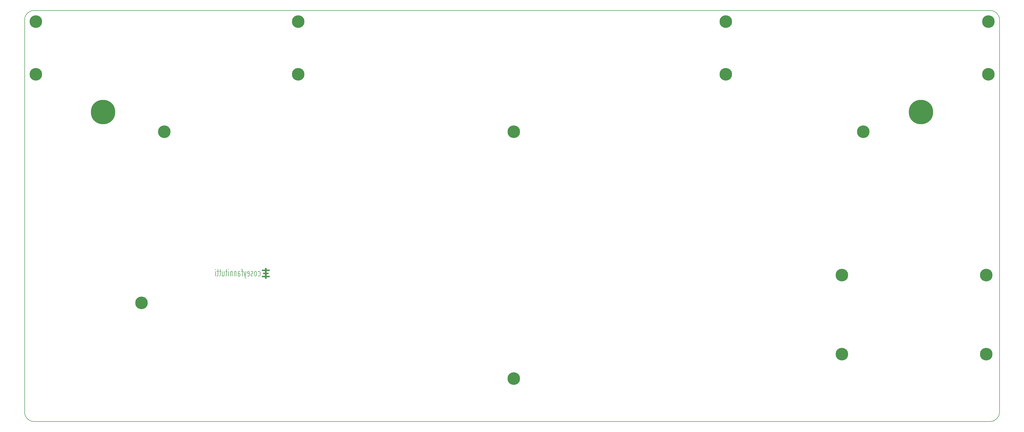
<source format=gbr>
G04 #@! TF.GenerationSoftware,KiCad,Pcbnew,(5.1.12)-1*
G04 #@! TF.CreationDate,2022-04-13T19:57:19+05:30*
G04 #@! TF.ProjectId,mysterium-bottom,6d797374-6572-4697-956d-2d626f74746f,rev?*
G04 #@! TF.SameCoordinates,Original*
G04 #@! TF.FileFunction,Soldermask,Bot*
G04 #@! TF.FilePolarity,Negative*
%FSLAX46Y46*%
G04 Gerber Fmt 4.6, Leading zero omitted, Abs format (unit mm)*
G04 Created by KiCad (PCBNEW (5.1.12)-1) date 2022-04-13 19:57:19*
%MOMM*%
%LPD*%
G01*
G04 APERTURE LIST*
%ADD10C,0.200000*%
G04 #@! TA.AperFunction,Profile*
%ADD11C,0.150000*%
G04 #@! TD*
%ADD12C,0.010000*%
%ADD13C,8.702000*%
%ADD14C,4.502000*%
G04 APERTURE END LIST*
D10*
X119833114Y-155494704D02*
X119975971Y-155613752D01*
X120261685Y-155613752D01*
X120404542Y-155494704D01*
X120475971Y-155375657D01*
X120547400Y-155137561D01*
X120547400Y-154423276D01*
X120475971Y-154185180D01*
X120404542Y-154066133D01*
X120261685Y-153947085D01*
X119975971Y-153947085D01*
X119833114Y-154066133D01*
X118975971Y-155613752D02*
X119118828Y-155494704D01*
X119190257Y-155375657D01*
X119261685Y-155137561D01*
X119261685Y-154423276D01*
X119190257Y-154185180D01*
X119118828Y-154066133D01*
X118975971Y-153947085D01*
X118761685Y-153947085D01*
X118618828Y-154066133D01*
X118547400Y-154185180D01*
X118475971Y-154423276D01*
X118475971Y-155137561D01*
X118547400Y-155375657D01*
X118618828Y-155494704D01*
X118761685Y-155613752D01*
X118975971Y-155613752D01*
X117904542Y-155494704D02*
X117761685Y-155613752D01*
X117475971Y-155613752D01*
X117333114Y-155494704D01*
X117261685Y-155256609D01*
X117261685Y-155137561D01*
X117333114Y-154899466D01*
X117475971Y-154780419D01*
X117690257Y-154780419D01*
X117833114Y-154661371D01*
X117904542Y-154423276D01*
X117904542Y-154304228D01*
X117833114Y-154066133D01*
X117690257Y-153947085D01*
X117475971Y-153947085D01*
X117333114Y-154066133D01*
X116047400Y-155494704D02*
X116190257Y-155613752D01*
X116475971Y-155613752D01*
X116618828Y-155494704D01*
X116690257Y-155256609D01*
X116690257Y-154304228D01*
X116618828Y-154066133D01*
X116475971Y-153947085D01*
X116190257Y-153947085D01*
X116047400Y-154066133D01*
X115975971Y-154304228D01*
X115975971Y-154542323D01*
X116690257Y-154780419D01*
X115475971Y-153947085D02*
X115118828Y-155613752D01*
X114761685Y-153947085D02*
X115118828Y-155613752D01*
X115261685Y-156208990D01*
X115333114Y-156328038D01*
X115475971Y-156447085D01*
X114404542Y-153947085D02*
X113833114Y-153947085D01*
X114190257Y-155613752D02*
X114190257Y-153470895D01*
X114118828Y-153232800D01*
X113975971Y-153113752D01*
X113833114Y-153113752D01*
X112690257Y-155613752D02*
X112690257Y-154304228D01*
X112761685Y-154066133D01*
X112904542Y-153947085D01*
X113190257Y-153947085D01*
X113333114Y-154066133D01*
X112690257Y-155494704D02*
X112833114Y-155613752D01*
X113190257Y-155613752D01*
X113333114Y-155494704D01*
X113404542Y-155256609D01*
X113404542Y-155018514D01*
X113333114Y-154780419D01*
X113190257Y-154661371D01*
X112833114Y-154661371D01*
X112690257Y-154542323D01*
X111975971Y-153947085D02*
X111975971Y-155613752D01*
X111975971Y-154185180D02*
X111904542Y-154066133D01*
X111761685Y-153947085D01*
X111547400Y-153947085D01*
X111404542Y-154066133D01*
X111333114Y-154304228D01*
X111333114Y-155613752D01*
X110618828Y-153947085D02*
X110618828Y-155613752D01*
X110618828Y-154185180D02*
X110547400Y-154066133D01*
X110404542Y-153947085D01*
X110190257Y-153947085D01*
X110047400Y-154066133D01*
X109975971Y-154304228D01*
X109975971Y-155613752D01*
X109261685Y-155613752D02*
X109261685Y-153947085D01*
X109261685Y-153113752D02*
X109333114Y-153232800D01*
X109261685Y-153351847D01*
X109190257Y-153232800D01*
X109261685Y-153113752D01*
X109261685Y-153351847D01*
X108761685Y-153947085D02*
X108190257Y-153947085D01*
X108547400Y-153113752D02*
X108547400Y-155256609D01*
X108475971Y-155494704D01*
X108333114Y-155613752D01*
X108190257Y-155613752D01*
X107047400Y-153947085D02*
X107047400Y-155613752D01*
X107690257Y-153947085D02*
X107690257Y-155256609D01*
X107618828Y-155494704D01*
X107475971Y-155613752D01*
X107261685Y-155613752D01*
X107118828Y-155494704D01*
X107047400Y-155375657D01*
X106547400Y-153947085D02*
X105975971Y-153947085D01*
X106333114Y-153113752D02*
X106333114Y-155256609D01*
X106261685Y-155494704D01*
X106118828Y-155613752D01*
X105975971Y-155613752D01*
X105690257Y-153947085D02*
X105118828Y-153947085D01*
X105475971Y-153113752D02*
X105475971Y-155256609D01*
X105404542Y-155494704D01*
X105261685Y-155613752D01*
X105118828Y-155613752D01*
X104618828Y-155613752D02*
X104618828Y-153947085D01*
X104618828Y-153113752D02*
X104690257Y-153232800D01*
X104618828Y-153351847D01*
X104547400Y-153232800D01*
X104618828Y-153113752D01*
X104618828Y-153351847D01*
D11*
X384213099Y-204169841D02*
G75*
G02*
X380909040Y-207479900I-3307059J-3000D01*
G01*
X380903041Y-60863401D02*
G75*
G02*
X384213100Y-64167460I3000J-3307059D01*
G01*
X36550601Y-64173459D02*
G75*
G02*
X39854660Y-60863400I3307059J3000D01*
G01*
X39860659Y-207479899D02*
G75*
G02*
X36550600Y-204175840I-3000J3307059D01*
G01*
X384213100Y-64167460D02*
X384213099Y-204169841D01*
X380909040Y-207479900D02*
X39860659Y-207479899D01*
X36550600Y-204175840D02*
X36550601Y-64173459D01*
X39854660Y-60863400D02*
X380903041Y-60863400D01*
D12*
G36*
X122749734Y-155928577D02*
G01*
X123319117Y-155926400D01*
X123888500Y-155924224D01*
X123888500Y-155517824D01*
X122749734Y-155513472D01*
X122749734Y-154853191D01*
X123469401Y-154853191D01*
X123469401Y-154421391D01*
X122749734Y-154421391D01*
X122749734Y-153744177D01*
X123319117Y-153742000D01*
X123888500Y-153739824D01*
X123890763Y-153526041D01*
X123893025Y-153312258D01*
X122749734Y-153312258D01*
X122749734Y-152694191D01*
X122309467Y-152694191D01*
X122309467Y-153312258D01*
X121174934Y-153312258D01*
X121174934Y-153744057D01*
X122309467Y-153744057D01*
X122309467Y-154421391D01*
X121598267Y-154421391D01*
X121598267Y-154853191D01*
X122309467Y-154853191D01*
X122309467Y-155513591D01*
X121174934Y-155513591D01*
X121174934Y-155928457D01*
X122309248Y-155928457D01*
X122313700Y-156516891D01*
X122531717Y-156519150D01*
X122749734Y-156521410D01*
X122749734Y-155928577D01*
G37*
X122749734Y-155928577D02*
X123319117Y-155926400D01*
X123888500Y-155924224D01*
X123888500Y-155517824D01*
X122749734Y-155513472D01*
X122749734Y-154853191D01*
X123469401Y-154853191D01*
X123469401Y-154421391D01*
X122749734Y-154421391D01*
X122749734Y-153744177D01*
X123319117Y-153742000D01*
X123888500Y-153739824D01*
X123890763Y-153526041D01*
X123893025Y-153312258D01*
X122749734Y-153312258D01*
X122749734Y-152694191D01*
X122309467Y-152694191D01*
X122309467Y-153312258D01*
X121174934Y-153312258D01*
X121174934Y-153744057D01*
X122309467Y-153744057D01*
X122309467Y-154421391D01*
X121598267Y-154421391D01*
X121598267Y-154853191D01*
X122309467Y-154853191D01*
X122309467Y-155513591D01*
X121174934Y-155513591D01*
X121174934Y-155928457D01*
X122309248Y-155928457D01*
X122313700Y-156516891D01*
X122531717Y-156519150D01*
X122749734Y-156521410D01*
X122749734Y-155928577D01*
D10*
X119833114Y-155494704D02*
X119975971Y-155613752D01*
X120261685Y-155613752D01*
X120404542Y-155494704D01*
X120475971Y-155375657D01*
X120547400Y-155137561D01*
X120547400Y-154423276D01*
X120475971Y-154185180D01*
X120404542Y-154066133D01*
X120261685Y-153947085D01*
X119975971Y-153947085D01*
X119833114Y-154066133D01*
X118975971Y-155613752D02*
X119118828Y-155494704D01*
X119190257Y-155375657D01*
X119261685Y-155137561D01*
X119261685Y-154423276D01*
X119190257Y-154185180D01*
X119118828Y-154066133D01*
X118975971Y-153947085D01*
X118761685Y-153947085D01*
X118618828Y-154066133D01*
X118547400Y-154185180D01*
X118475971Y-154423276D01*
X118475971Y-155137561D01*
X118547400Y-155375657D01*
X118618828Y-155494704D01*
X118761685Y-155613752D01*
X118975971Y-155613752D01*
X117904542Y-155494704D02*
X117761685Y-155613752D01*
X117475971Y-155613752D01*
X117333114Y-155494704D01*
X117261685Y-155256609D01*
X117261685Y-155137561D01*
X117333114Y-154899466D01*
X117475971Y-154780419D01*
X117690257Y-154780419D01*
X117833114Y-154661371D01*
X117904542Y-154423276D01*
X117904542Y-154304228D01*
X117833114Y-154066133D01*
X117690257Y-153947085D01*
X117475971Y-153947085D01*
X117333114Y-154066133D01*
X116047400Y-155494704D02*
X116190257Y-155613752D01*
X116475971Y-155613752D01*
X116618828Y-155494704D01*
X116690257Y-155256609D01*
X116690257Y-154304228D01*
X116618828Y-154066133D01*
X116475971Y-153947085D01*
X116190257Y-153947085D01*
X116047400Y-154066133D01*
X115975971Y-154304228D01*
X115975971Y-154542323D01*
X116690257Y-154780419D01*
X115475971Y-153947085D02*
X115118828Y-155613752D01*
X114761685Y-153947085D02*
X115118828Y-155613752D01*
X115261685Y-156208990D01*
X115333114Y-156328038D01*
X115475971Y-156447085D01*
X114404542Y-153947085D02*
X113833114Y-153947085D01*
X114190257Y-155613752D02*
X114190257Y-153470895D01*
X114118828Y-153232800D01*
X113975971Y-153113752D01*
X113833114Y-153113752D01*
X112690257Y-155613752D02*
X112690257Y-154304228D01*
X112761685Y-154066133D01*
X112904542Y-153947085D01*
X113190257Y-153947085D01*
X113333114Y-154066133D01*
X112690257Y-155494704D02*
X112833114Y-155613752D01*
X113190257Y-155613752D01*
X113333114Y-155494704D01*
X113404542Y-155256609D01*
X113404542Y-155018514D01*
X113333114Y-154780419D01*
X113190257Y-154661371D01*
X112833114Y-154661371D01*
X112690257Y-154542323D01*
X111975971Y-153947085D02*
X111975971Y-155613752D01*
X111975971Y-154185180D02*
X111904542Y-154066133D01*
X111761685Y-153947085D01*
X111547400Y-153947085D01*
X111404542Y-154066133D01*
X111333114Y-154304228D01*
X111333114Y-155613752D01*
X110618828Y-153947085D02*
X110618828Y-155613752D01*
X110618828Y-154185180D02*
X110547400Y-154066133D01*
X110404542Y-153947085D01*
X110190257Y-153947085D01*
X110047400Y-154066133D01*
X109975971Y-154304228D01*
X109975971Y-155613752D01*
X109261685Y-155613752D02*
X109261685Y-153947085D01*
X109261685Y-153113752D02*
X109333114Y-153232800D01*
X109261685Y-153351847D01*
X109190257Y-153232800D01*
X109261685Y-153113752D01*
X109261685Y-153351847D01*
X108761685Y-153947085D02*
X108190257Y-153947085D01*
X108547400Y-153113752D02*
X108547400Y-155256609D01*
X108475971Y-155494704D01*
X108333114Y-155613752D01*
X108190257Y-155613752D01*
X107047400Y-153947085D02*
X107047400Y-155613752D01*
X107690257Y-153947085D02*
X107690257Y-155256609D01*
X107618828Y-155494704D01*
X107475971Y-155613752D01*
X107261685Y-155613752D01*
X107118828Y-155494704D01*
X107047400Y-155375657D01*
X106547400Y-153947085D02*
X105975971Y-153947085D01*
X106333114Y-153113752D02*
X106333114Y-155256609D01*
X106261685Y-155494704D01*
X106118828Y-155613752D01*
X105975971Y-155613752D01*
X105690257Y-153947085D02*
X105118828Y-153947085D01*
X105475971Y-153113752D02*
X105475971Y-155256609D01*
X105404542Y-155494704D01*
X105261685Y-155613752D01*
X105118828Y-155613752D01*
X104618828Y-155613752D02*
X104618828Y-153947085D01*
X104618828Y-153113752D02*
X104690257Y-153232800D01*
X104618828Y-153351847D01*
X104547400Y-153232800D01*
X104618828Y-153113752D01*
X104618828Y-153351847D01*
D11*
X384213099Y-204169841D02*
G75*
G02*
X380909040Y-207479900I-3307059J-3000D01*
G01*
X380903041Y-60863401D02*
G75*
G02*
X384213100Y-64167460I3000J-3307059D01*
G01*
X36550601Y-64173459D02*
G75*
G02*
X39854660Y-60863400I3307059J3000D01*
G01*
X39860659Y-207479899D02*
G75*
G02*
X36550600Y-204175840I-3000J3307059D01*
G01*
X384213100Y-64167460D02*
X384213099Y-204169841D01*
X380909040Y-207479900D02*
X39860659Y-207479899D01*
X36550600Y-204175840D02*
X36550601Y-64173459D01*
X39854660Y-60863400D02*
X380903041Y-60863400D01*
D12*
G36*
X122749734Y-155928577D02*
G01*
X123319117Y-155926400D01*
X123888500Y-155924224D01*
X123888500Y-155517824D01*
X122749734Y-155513472D01*
X122749734Y-154853191D01*
X123469401Y-154853191D01*
X123469401Y-154421391D01*
X122749734Y-154421391D01*
X122749734Y-153744177D01*
X123319117Y-153742000D01*
X123888500Y-153739824D01*
X123890763Y-153526041D01*
X123893025Y-153312258D01*
X122749734Y-153312258D01*
X122749734Y-152694191D01*
X122309467Y-152694191D01*
X122309467Y-153312258D01*
X121174934Y-153312258D01*
X121174934Y-153744057D01*
X122309467Y-153744057D01*
X122309467Y-154421391D01*
X121598267Y-154421391D01*
X121598267Y-154853191D01*
X122309467Y-154853191D01*
X122309467Y-155513591D01*
X121174934Y-155513591D01*
X121174934Y-155928457D01*
X122309248Y-155928457D01*
X122313700Y-156516891D01*
X122531717Y-156519150D01*
X122749734Y-156521410D01*
X122749734Y-155928577D01*
G37*
X122749734Y-155928577D02*
X123319117Y-155926400D01*
X123888500Y-155924224D01*
X123888500Y-155517824D01*
X122749734Y-155513472D01*
X122749734Y-154853191D01*
X123469401Y-154853191D01*
X123469401Y-154421391D01*
X122749734Y-154421391D01*
X122749734Y-153744177D01*
X123319117Y-153742000D01*
X123888500Y-153739824D01*
X123890763Y-153526041D01*
X123893025Y-153312258D01*
X122749734Y-153312258D01*
X122749734Y-152694191D01*
X122309467Y-152694191D01*
X122309467Y-153312258D01*
X121174934Y-153312258D01*
X121174934Y-153744057D01*
X122309467Y-153744057D01*
X122309467Y-154421391D01*
X121598267Y-154421391D01*
X121598267Y-154853191D01*
X122309467Y-154853191D01*
X122309467Y-155513591D01*
X121174934Y-155513591D01*
X121174934Y-155928457D01*
X122309248Y-155928457D01*
X122313700Y-156516891D01*
X122531717Y-156519150D01*
X122749734Y-156521410D01*
X122749734Y-155928577D01*
D13*
X356213100Y-97053400D03*
X64550600Y-97053400D03*
D14*
X286626300Y-83613400D03*
X134137400Y-83613400D03*
X286626300Y-64863400D03*
X40550600Y-64863400D03*
X379523512Y-183454800D03*
X327986788Y-183454800D03*
X379523512Y-155219400D03*
X327986788Y-155219400D03*
X78257400Y-165125400D03*
X86360000Y-104152700D03*
X335597500Y-104152700D03*
X211018120Y-192186560D03*
X211016251Y-104152700D03*
X134137400Y-64863400D03*
X380213100Y-64863400D03*
X380213100Y-83613400D03*
X40550600Y-83613400D03*
M02*

</source>
